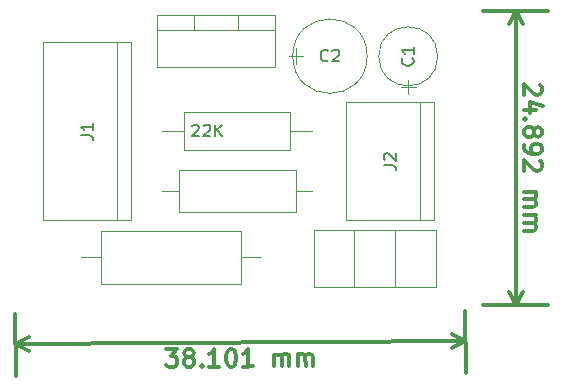
<source format=gbr>
G04 #@! TF.FileFunction,Other,Fab,Top*
%FSLAX46Y46*%
G04 Gerber Fmt 4.6, Leading zero omitted, Abs format (unit mm)*
G04 Created by KiCad (PCBNEW 4.0.7) date Wednesday, September 26, 2018 'PMt' 03:39:25 PM*
%MOMM*%
%LPD*%
G01*
G04 APERTURE LIST*
%ADD10C,0.100000*%
%ADD11C,0.300000*%
%ADD12C,0.150000*%
G04 APERTURE END LIST*
D10*
D11*
X149436884Y-103567350D02*
X150365434Y-103561160D01*
X149869255Y-104135909D01*
X150083536Y-104134481D01*
X150226866Y-104204956D01*
X150298769Y-104275906D01*
X150371148Y-104418284D01*
X150373529Y-104775419D01*
X150303055Y-104918749D01*
X150232104Y-104990652D01*
X150089726Y-105063031D01*
X149661164Y-105065888D01*
X149517834Y-104995414D01*
X149445931Y-104924463D01*
X151226844Y-104198289D02*
X151083513Y-104127814D01*
X151011610Y-104056863D01*
X150939230Y-103914485D01*
X150938754Y-103843059D01*
X151009229Y-103699729D01*
X151080179Y-103627825D01*
X151222558Y-103555446D01*
X151508266Y-103553541D01*
X151651596Y-103624016D01*
X151723499Y-103694967D01*
X151795878Y-103837345D01*
X151796354Y-103908771D01*
X151725880Y-104052101D01*
X151654929Y-104124005D01*
X151512551Y-104196385D01*
X151226844Y-104198289D01*
X151084465Y-104270668D01*
X151013515Y-104342572D01*
X150943040Y-104485902D01*
X150944944Y-104771609D01*
X151017324Y-104913987D01*
X151089227Y-104984938D01*
X151232558Y-105055412D01*
X151518265Y-105053508D01*
X151660643Y-104981129D01*
X151731594Y-104909225D01*
X151802068Y-104765895D01*
X151800164Y-104480188D01*
X151727785Y-104337810D01*
X151655881Y-104266859D01*
X151512551Y-104196385D01*
X152445863Y-104904463D02*
X152517766Y-104975415D01*
X152446816Y-105047317D01*
X152374912Y-104976367D01*
X152445863Y-104904463D01*
X152446816Y-105047317D01*
X153946782Y-105037317D02*
X153089658Y-105043032D01*
X153518221Y-105040174D02*
X153508221Y-103540208D01*
X153366796Y-103755441D01*
X153224893Y-103899248D01*
X153082516Y-103971627D01*
X154865333Y-103531160D02*
X155008187Y-103530208D01*
X155151517Y-103600683D01*
X155223420Y-103671634D01*
X155295800Y-103814012D01*
X155369131Y-104099243D01*
X155371512Y-104456379D01*
X155301991Y-104742562D01*
X155231515Y-104885892D01*
X155160564Y-104957796D01*
X155018187Y-105030175D01*
X154875333Y-105031127D01*
X154732003Y-104960653D01*
X154660099Y-104889702D01*
X154587720Y-104747324D01*
X154514388Y-104462093D01*
X154512007Y-104104958D01*
X154581530Y-103818774D01*
X154652004Y-103675444D01*
X154722955Y-103603540D01*
X154865333Y-103531160D01*
X156803861Y-105018270D02*
X155946737Y-105023984D01*
X156375299Y-105021127D02*
X156365300Y-103521161D01*
X156223874Y-103736394D01*
X156081972Y-103880200D01*
X155939594Y-103952580D01*
X158589535Y-105006366D02*
X158582869Y-104006388D01*
X158583821Y-104149243D02*
X158654771Y-104077339D01*
X158797150Y-104004959D01*
X159011430Y-104003531D01*
X159154760Y-104074006D01*
X159227140Y-104216384D01*
X159232378Y-105002080D01*
X159227140Y-104216384D02*
X159297615Y-104073054D01*
X159439993Y-104000674D01*
X159654273Y-103999245D01*
X159797604Y-104069720D01*
X159869983Y-104212098D01*
X159875221Y-104997794D01*
X160589491Y-104993033D02*
X160582824Y-103993055D01*
X160583777Y-104135910D02*
X160654727Y-104064006D01*
X160797105Y-103991626D01*
X161011386Y-103990198D01*
X161154716Y-104060673D01*
X161227096Y-104203051D01*
X161232333Y-104988747D01*
X161227096Y-104203051D02*
X161297571Y-104059721D01*
X161439948Y-103987341D01*
X161654228Y-103985912D01*
X161797559Y-104056387D01*
X161869938Y-104198765D01*
X161875176Y-104984461D01*
X136668933Y-103123887D02*
X174768933Y-102869887D01*
X136652000Y-100584000D02*
X136686933Y-105823827D01*
X174752000Y-100330000D02*
X174786933Y-105569827D01*
X174768933Y-102869887D02*
X173646364Y-103463805D01*
X174768933Y-102869887D02*
X173638545Y-102290989D01*
X136668933Y-103123887D02*
X137799321Y-103702785D01*
X136668933Y-103123887D02*
X137791502Y-102529969D01*
X181098571Y-81161715D02*
X181170000Y-81233144D01*
X181241429Y-81376001D01*
X181241429Y-81733144D01*
X181170000Y-81876001D01*
X181098571Y-81947430D01*
X180955714Y-82018858D01*
X180812857Y-82018858D01*
X180598571Y-81947430D01*
X179741429Y-81090287D01*
X179741429Y-82018858D01*
X180741429Y-83304572D02*
X179741429Y-83304572D01*
X181312857Y-82947429D02*
X180241429Y-82590286D01*
X180241429Y-83518858D01*
X179884286Y-84090286D02*
X179812857Y-84161714D01*
X179741429Y-84090286D01*
X179812857Y-84018857D01*
X179884286Y-84090286D01*
X179741429Y-84090286D01*
X180598571Y-85018858D02*
X180670000Y-84876000D01*
X180741429Y-84804572D01*
X180884286Y-84733143D01*
X180955714Y-84733143D01*
X181098571Y-84804572D01*
X181170000Y-84876000D01*
X181241429Y-85018858D01*
X181241429Y-85304572D01*
X181170000Y-85447429D01*
X181098571Y-85518858D01*
X180955714Y-85590286D01*
X180884286Y-85590286D01*
X180741429Y-85518858D01*
X180670000Y-85447429D01*
X180598571Y-85304572D01*
X180598571Y-85018858D01*
X180527143Y-84876000D01*
X180455714Y-84804572D01*
X180312857Y-84733143D01*
X180027143Y-84733143D01*
X179884286Y-84804572D01*
X179812857Y-84876000D01*
X179741429Y-85018858D01*
X179741429Y-85304572D01*
X179812857Y-85447429D01*
X179884286Y-85518858D01*
X180027143Y-85590286D01*
X180312857Y-85590286D01*
X180455714Y-85518858D01*
X180527143Y-85447429D01*
X180598571Y-85304572D01*
X179741429Y-86304571D02*
X179741429Y-86590286D01*
X179812857Y-86733143D01*
X179884286Y-86804571D01*
X180098571Y-86947429D01*
X180384286Y-87018857D01*
X180955714Y-87018857D01*
X181098571Y-86947429D01*
X181170000Y-86876000D01*
X181241429Y-86733143D01*
X181241429Y-86447429D01*
X181170000Y-86304571D01*
X181098571Y-86233143D01*
X180955714Y-86161714D01*
X180598571Y-86161714D01*
X180455714Y-86233143D01*
X180384286Y-86304571D01*
X180312857Y-86447429D01*
X180312857Y-86733143D01*
X180384286Y-86876000D01*
X180455714Y-86947429D01*
X180598571Y-87018857D01*
X181098571Y-87590285D02*
X181170000Y-87661714D01*
X181241429Y-87804571D01*
X181241429Y-88161714D01*
X181170000Y-88304571D01*
X181098571Y-88376000D01*
X180955714Y-88447428D01*
X180812857Y-88447428D01*
X180598571Y-88376000D01*
X179741429Y-87518857D01*
X179741429Y-88447428D01*
X179741429Y-90233142D02*
X180741429Y-90233142D01*
X180598571Y-90233142D02*
X180670000Y-90304570D01*
X180741429Y-90447428D01*
X180741429Y-90661713D01*
X180670000Y-90804570D01*
X180527143Y-90875999D01*
X179741429Y-90875999D01*
X180527143Y-90875999D02*
X180670000Y-90947428D01*
X180741429Y-91090285D01*
X180741429Y-91304570D01*
X180670000Y-91447428D01*
X180527143Y-91518856D01*
X179741429Y-91518856D01*
X179741429Y-92233142D02*
X180741429Y-92233142D01*
X180598571Y-92233142D02*
X180670000Y-92304570D01*
X180741429Y-92447428D01*
X180741429Y-92661713D01*
X180670000Y-92804570D01*
X180527143Y-92875999D01*
X179741429Y-92875999D01*
X180527143Y-92875999D02*
X180670000Y-92947428D01*
X180741429Y-93090285D01*
X180741429Y-93304570D01*
X180670000Y-93447428D01*
X180527143Y-93518856D01*
X179741429Y-93518856D01*
X179070000Y-74930000D02*
X179070000Y-99822000D01*
X176276000Y-74930000D02*
X181770000Y-74930000D01*
X176276000Y-99822000D02*
X181770000Y-99822000D01*
X179070000Y-99822000D02*
X178483579Y-98695496D01*
X179070000Y-99822000D02*
X179656421Y-98695496D01*
X179070000Y-74930000D02*
X178483579Y-76056504D01*
X179070000Y-74930000D02*
X179656421Y-76056504D01*
D10*
X172426000Y-78756000D02*
G75*
G03X172426000Y-78756000I-2500000J0D01*
G01*
X169926000Y-81956000D02*
X169926000Y-80756000D01*
X169276000Y-81356000D02*
X170576000Y-81356000D01*
X166452000Y-78740000D02*
G75*
G03X166452000Y-78740000I-3150000J0D01*
G01*
X159852000Y-78740000D02*
X161052000Y-78740000D01*
X160452000Y-78090000D02*
X160452000Y-79390000D01*
X145298000Y-92640000D02*
X145298000Y-77540000D01*
X138998000Y-92640000D02*
X138998000Y-77540000D01*
X138998000Y-77540000D02*
X146498000Y-77540000D01*
X146498000Y-77540000D02*
X146498000Y-92640000D01*
X146498000Y-92640000D02*
X138998000Y-92640000D01*
X170952000Y-92580000D02*
X170952000Y-82680000D01*
X164652000Y-92630000D02*
X172152000Y-92630000D01*
X172152000Y-92630000D02*
X172152000Y-82630000D01*
X172152000Y-82630000D02*
X164652000Y-82630000D01*
X164652000Y-82630000D02*
X164652000Y-92630000D01*
X143910000Y-93508000D02*
X143910000Y-98008000D01*
X143910000Y-98008000D02*
X155810000Y-98008000D01*
X155810000Y-98008000D02*
X155810000Y-93508000D01*
X155810000Y-93508000D02*
X143910000Y-93508000D01*
X142240000Y-95758000D02*
X143910000Y-95758000D01*
X157480000Y-95758000D02*
X155810000Y-95758000D01*
X159948000Y-86690000D02*
X159948000Y-83490000D01*
X159948000Y-83490000D02*
X150948000Y-83490000D01*
X150948000Y-83490000D02*
X150948000Y-86690000D01*
X150948000Y-86690000D02*
X159948000Y-86690000D01*
X161798000Y-85090000D02*
X159948000Y-85090000D01*
X149098000Y-85090000D02*
X150948000Y-85090000D01*
X150498000Y-88370000D02*
X150498000Y-91970000D01*
X150498000Y-91970000D02*
X160398000Y-91970000D01*
X160398000Y-91970000D02*
X160398000Y-88370000D01*
X160398000Y-88370000D02*
X150498000Y-88370000D01*
X149098000Y-90170000D02*
X150498000Y-90170000D01*
X161798000Y-90170000D02*
X160398000Y-90170000D01*
X161942000Y-93498000D02*
X172242000Y-93498000D01*
X172242000Y-93498000D02*
X172242000Y-98298000D01*
X172242000Y-98298000D02*
X161942000Y-98298000D01*
X161942000Y-98298000D02*
X161942000Y-93498000D01*
X165342000Y-98298000D02*
X168842000Y-98298000D01*
X168842000Y-98298000D02*
X168842000Y-93498000D01*
X168842000Y-93498000D02*
X165342000Y-93498000D01*
X165342000Y-93498000D02*
X165342000Y-98298000D01*
X148670000Y-75224000D02*
X148670000Y-79624000D01*
X148670000Y-79624000D02*
X158670000Y-79624000D01*
X158670000Y-79624000D02*
X158670000Y-75224000D01*
X158670000Y-75224000D02*
X148670000Y-75224000D01*
X148670000Y-76494000D02*
X158670000Y-76494000D01*
X151820000Y-75224000D02*
X151820000Y-76494000D01*
X155520000Y-75224000D02*
X155520000Y-76494000D01*
D12*
X170283143Y-78922666D02*
X170330762Y-78970285D01*
X170378381Y-79113142D01*
X170378381Y-79208380D01*
X170330762Y-79351238D01*
X170235524Y-79446476D01*
X170140286Y-79494095D01*
X169949810Y-79541714D01*
X169806952Y-79541714D01*
X169616476Y-79494095D01*
X169521238Y-79446476D01*
X169426000Y-79351238D01*
X169378381Y-79208380D01*
X169378381Y-79113142D01*
X169426000Y-78970285D01*
X169473619Y-78922666D01*
X170378381Y-77970285D02*
X170378381Y-78541714D01*
X170378381Y-78256000D02*
X169378381Y-78256000D01*
X169521238Y-78351238D01*
X169616476Y-78446476D01*
X169664095Y-78541714D01*
X163135334Y-79097143D02*
X163087715Y-79144762D01*
X162944858Y-79192381D01*
X162849620Y-79192381D01*
X162706762Y-79144762D01*
X162611524Y-79049524D01*
X162563905Y-78954286D01*
X162516286Y-78763810D01*
X162516286Y-78620952D01*
X162563905Y-78430476D01*
X162611524Y-78335238D01*
X162706762Y-78240000D01*
X162849620Y-78192381D01*
X162944858Y-78192381D01*
X163087715Y-78240000D01*
X163135334Y-78287619D01*
X163516286Y-78287619D02*
X163563905Y-78240000D01*
X163659143Y-78192381D01*
X163897239Y-78192381D01*
X163992477Y-78240000D01*
X164040096Y-78287619D01*
X164087715Y-78382857D01*
X164087715Y-78478095D01*
X164040096Y-78620952D01*
X163468667Y-79192381D01*
X164087715Y-79192381D01*
X142200381Y-85423333D02*
X142914667Y-85423333D01*
X143057524Y-85470953D01*
X143152762Y-85566191D01*
X143200381Y-85709048D01*
X143200381Y-85804286D01*
X143200381Y-84423333D02*
X143200381Y-84994762D01*
X143200381Y-84709048D02*
X142200381Y-84709048D01*
X142343238Y-84804286D01*
X142438476Y-84899524D01*
X142486095Y-84994762D01*
X167854381Y-87963333D02*
X168568667Y-87963333D01*
X168711524Y-88010953D01*
X168806762Y-88106191D01*
X168854381Y-88249048D01*
X168854381Y-88344286D01*
X167949619Y-87534762D02*
X167902000Y-87487143D01*
X167854381Y-87391905D01*
X167854381Y-87153809D01*
X167902000Y-87058571D01*
X167949619Y-87010952D01*
X168044857Y-86963333D01*
X168140095Y-86963333D01*
X168282952Y-87010952D01*
X168854381Y-87582381D01*
X168854381Y-86963333D01*
X151646095Y-84637619D02*
X151693714Y-84590000D01*
X151788952Y-84542381D01*
X152027048Y-84542381D01*
X152122286Y-84590000D01*
X152169905Y-84637619D01*
X152217524Y-84732857D01*
X152217524Y-84828095D01*
X152169905Y-84970952D01*
X151598476Y-85542381D01*
X152217524Y-85542381D01*
X152598476Y-84637619D02*
X152646095Y-84590000D01*
X152741333Y-84542381D01*
X152979429Y-84542381D01*
X153074667Y-84590000D01*
X153122286Y-84637619D01*
X153169905Y-84732857D01*
X153169905Y-84828095D01*
X153122286Y-84970952D01*
X152550857Y-85542381D01*
X153169905Y-85542381D01*
X153598476Y-85542381D02*
X153598476Y-84542381D01*
X154169905Y-85542381D02*
X153741333Y-84970952D01*
X154169905Y-84542381D02*
X153598476Y-85113810D01*
M02*

</source>
